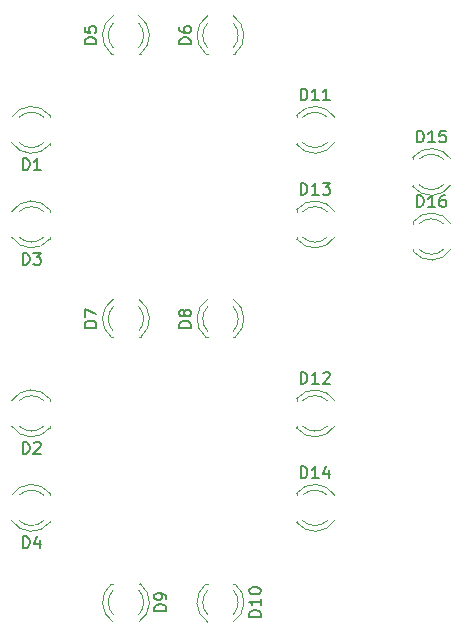
<source format=gbr>
%TF.GenerationSoftware,KiCad,Pcbnew,9.0.6-9.0.6~ubuntu24.04.1*%
%TF.CreationDate,2025-12-08T22:33:50+01:00*%
%TF.ProjectId,7_seg_led_tht_3mm,375f7365-675f-46c6-9564-5f7468745f33,rev?*%
%TF.SameCoordinates,Original*%
%TF.FileFunction,Legend,Top*%
%TF.FilePolarity,Positive*%
%FSLAX46Y46*%
G04 Gerber Fmt 4.6, Leading zero omitted, Abs format (unit mm)*
G04 Created by KiCad (PCBNEW 9.0.6-9.0.6~ubuntu24.04.1) date 2025-12-08 22:33:50*
%MOMM*%
%LPD*%
G01*
G04 APERTURE LIST*
%ADD10C,0.150000*%
%ADD11C,0.120000*%
%ADD12R,1.800000X1.800000*%
%ADD13C,1.800000*%
G04 APERTURE END LIST*
D10*
X217635714Y-83524819D02*
X217635714Y-82524819D01*
X217635714Y-82524819D02*
X217873809Y-82524819D01*
X217873809Y-82524819D02*
X218016666Y-82572438D01*
X218016666Y-82572438D02*
X218111904Y-82667676D01*
X218111904Y-82667676D02*
X218159523Y-82762914D01*
X218159523Y-82762914D02*
X218207142Y-82953390D01*
X218207142Y-82953390D02*
X218207142Y-83096247D01*
X218207142Y-83096247D02*
X218159523Y-83286723D01*
X218159523Y-83286723D02*
X218111904Y-83381961D01*
X218111904Y-83381961D02*
X218016666Y-83477200D01*
X218016666Y-83477200D02*
X217873809Y-83524819D01*
X217873809Y-83524819D02*
X217635714Y-83524819D01*
X219159523Y-83524819D02*
X218588095Y-83524819D01*
X218873809Y-83524819D02*
X218873809Y-82524819D01*
X218873809Y-82524819D02*
X218778571Y-82667676D01*
X218778571Y-82667676D02*
X218683333Y-82762914D01*
X218683333Y-82762914D02*
X218588095Y-82810533D01*
X220016666Y-82524819D02*
X219826190Y-82524819D01*
X219826190Y-82524819D02*
X219730952Y-82572438D01*
X219730952Y-82572438D02*
X219683333Y-82620057D01*
X219683333Y-82620057D02*
X219588095Y-82762914D01*
X219588095Y-82762914D02*
X219540476Y-82953390D01*
X219540476Y-82953390D02*
X219540476Y-83334342D01*
X219540476Y-83334342D02*
X219588095Y-83429580D01*
X219588095Y-83429580D02*
X219635714Y-83477200D01*
X219635714Y-83477200D02*
X219730952Y-83524819D01*
X219730952Y-83524819D02*
X219921428Y-83524819D01*
X219921428Y-83524819D02*
X220016666Y-83477200D01*
X220016666Y-83477200D02*
X220064285Y-83429580D01*
X220064285Y-83429580D02*
X220111904Y-83334342D01*
X220111904Y-83334342D02*
X220111904Y-83096247D01*
X220111904Y-83096247D02*
X220064285Y-83001009D01*
X220064285Y-83001009D02*
X220016666Y-82953390D01*
X220016666Y-82953390D02*
X219921428Y-82905771D01*
X219921428Y-82905771D02*
X219730952Y-82905771D01*
X219730952Y-82905771D02*
X219635714Y-82953390D01*
X219635714Y-82953390D02*
X219588095Y-83001009D01*
X219588095Y-83001009D02*
X219540476Y-83096247D01*
X217635714Y-78054819D02*
X217635714Y-77054819D01*
X217635714Y-77054819D02*
X217873809Y-77054819D01*
X217873809Y-77054819D02*
X218016666Y-77102438D01*
X218016666Y-77102438D02*
X218111904Y-77197676D01*
X218111904Y-77197676D02*
X218159523Y-77292914D01*
X218159523Y-77292914D02*
X218207142Y-77483390D01*
X218207142Y-77483390D02*
X218207142Y-77626247D01*
X218207142Y-77626247D02*
X218159523Y-77816723D01*
X218159523Y-77816723D02*
X218111904Y-77911961D01*
X218111904Y-77911961D02*
X218016666Y-78007200D01*
X218016666Y-78007200D02*
X217873809Y-78054819D01*
X217873809Y-78054819D02*
X217635714Y-78054819D01*
X219159523Y-78054819D02*
X218588095Y-78054819D01*
X218873809Y-78054819D02*
X218873809Y-77054819D01*
X218873809Y-77054819D02*
X218778571Y-77197676D01*
X218778571Y-77197676D02*
X218683333Y-77292914D01*
X218683333Y-77292914D02*
X218588095Y-77340533D01*
X220064285Y-77054819D02*
X219588095Y-77054819D01*
X219588095Y-77054819D02*
X219540476Y-77531009D01*
X219540476Y-77531009D02*
X219588095Y-77483390D01*
X219588095Y-77483390D02*
X219683333Y-77435771D01*
X219683333Y-77435771D02*
X219921428Y-77435771D01*
X219921428Y-77435771D02*
X220016666Y-77483390D01*
X220016666Y-77483390D02*
X220064285Y-77531009D01*
X220064285Y-77531009D02*
X220111904Y-77626247D01*
X220111904Y-77626247D02*
X220111904Y-77864342D01*
X220111904Y-77864342D02*
X220064285Y-77959580D01*
X220064285Y-77959580D02*
X220016666Y-78007200D01*
X220016666Y-78007200D02*
X219921428Y-78054819D01*
X219921428Y-78054819D02*
X219683333Y-78054819D01*
X219683333Y-78054819D02*
X219588095Y-78007200D01*
X219588095Y-78007200D02*
X219540476Y-77959580D01*
X207785714Y-74494819D02*
X207785714Y-73494819D01*
X207785714Y-73494819D02*
X208023809Y-73494819D01*
X208023809Y-73494819D02*
X208166666Y-73542438D01*
X208166666Y-73542438D02*
X208261904Y-73637676D01*
X208261904Y-73637676D02*
X208309523Y-73732914D01*
X208309523Y-73732914D02*
X208357142Y-73923390D01*
X208357142Y-73923390D02*
X208357142Y-74066247D01*
X208357142Y-74066247D02*
X208309523Y-74256723D01*
X208309523Y-74256723D02*
X208261904Y-74351961D01*
X208261904Y-74351961D02*
X208166666Y-74447200D01*
X208166666Y-74447200D02*
X208023809Y-74494819D01*
X208023809Y-74494819D02*
X207785714Y-74494819D01*
X209309523Y-74494819D02*
X208738095Y-74494819D01*
X209023809Y-74494819D02*
X209023809Y-73494819D01*
X209023809Y-73494819D02*
X208928571Y-73637676D01*
X208928571Y-73637676D02*
X208833333Y-73732914D01*
X208833333Y-73732914D02*
X208738095Y-73780533D01*
X210261904Y-74494819D02*
X209690476Y-74494819D01*
X209976190Y-74494819D02*
X209976190Y-73494819D01*
X209976190Y-73494819D02*
X209880952Y-73637676D01*
X209880952Y-73637676D02*
X209785714Y-73732914D01*
X209785714Y-73732914D02*
X209690476Y-73780533D01*
X184261905Y-104414819D02*
X184261905Y-103414819D01*
X184261905Y-103414819D02*
X184500000Y-103414819D01*
X184500000Y-103414819D02*
X184642857Y-103462438D01*
X184642857Y-103462438D02*
X184738095Y-103557676D01*
X184738095Y-103557676D02*
X184785714Y-103652914D01*
X184785714Y-103652914D02*
X184833333Y-103843390D01*
X184833333Y-103843390D02*
X184833333Y-103986247D01*
X184833333Y-103986247D02*
X184785714Y-104176723D01*
X184785714Y-104176723D02*
X184738095Y-104271961D01*
X184738095Y-104271961D02*
X184642857Y-104367200D01*
X184642857Y-104367200D02*
X184500000Y-104414819D01*
X184500000Y-104414819D02*
X184261905Y-104414819D01*
X185214286Y-103510057D02*
X185261905Y-103462438D01*
X185261905Y-103462438D02*
X185357143Y-103414819D01*
X185357143Y-103414819D02*
X185595238Y-103414819D01*
X185595238Y-103414819D02*
X185690476Y-103462438D01*
X185690476Y-103462438D02*
X185738095Y-103510057D01*
X185738095Y-103510057D02*
X185785714Y-103605295D01*
X185785714Y-103605295D02*
X185785714Y-103700533D01*
X185785714Y-103700533D02*
X185738095Y-103843390D01*
X185738095Y-103843390D02*
X185166667Y-104414819D01*
X185166667Y-104414819D02*
X185785714Y-104414819D01*
X198494819Y-93738094D02*
X197494819Y-93738094D01*
X197494819Y-93738094D02*
X197494819Y-93499999D01*
X197494819Y-93499999D02*
X197542438Y-93357142D01*
X197542438Y-93357142D02*
X197637676Y-93261904D01*
X197637676Y-93261904D02*
X197732914Y-93214285D01*
X197732914Y-93214285D02*
X197923390Y-93166666D01*
X197923390Y-93166666D02*
X198066247Y-93166666D01*
X198066247Y-93166666D02*
X198256723Y-93214285D01*
X198256723Y-93214285D02*
X198351961Y-93261904D01*
X198351961Y-93261904D02*
X198447200Y-93357142D01*
X198447200Y-93357142D02*
X198494819Y-93499999D01*
X198494819Y-93499999D02*
X198494819Y-93738094D01*
X197923390Y-92595237D02*
X197875771Y-92690475D01*
X197875771Y-92690475D02*
X197828152Y-92738094D01*
X197828152Y-92738094D02*
X197732914Y-92785713D01*
X197732914Y-92785713D02*
X197685295Y-92785713D01*
X197685295Y-92785713D02*
X197590057Y-92738094D01*
X197590057Y-92738094D02*
X197542438Y-92690475D01*
X197542438Y-92690475D02*
X197494819Y-92595237D01*
X197494819Y-92595237D02*
X197494819Y-92404761D01*
X197494819Y-92404761D02*
X197542438Y-92309523D01*
X197542438Y-92309523D02*
X197590057Y-92261904D01*
X197590057Y-92261904D02*
X197685295Y-92214285D01*
X197685295Y-92214285D02*
X197732914Y-92214285D01*
X197732914Y-92214285D02*
X197828152Y-92261904D01*
X197828152Y-92261904D02*
X197875771Y-92309523D01*
X197875771Y-92309523D02*
X197923390Y-92404761D01*
X197923390Y-92404761D02*
X197923390Y-92595237D01*
X197923390Y-92595237D02*
X197971009Y-92690475D01*
X197971009Y-92690475D02*
X198018628Y-92738094D01*
X198018628Y-92738094D02*
X198113866Y-92785713D01*
X198113866Y-92785713D02*
X198304342Y-92785713D01*
X198304342Y-92785713D02*
X198399580Y-92738094D01*
X198399580Y-92738094D02*
X198447200Y-92690475D01*
X198447200Y-92690475D02*
X198494819Y-92595237D01*
X198494819Y-92595237D02*
X198494819Y-92404761D01*
X198494819Y-92404761D02*
X198447200Y-92309523D01*
X198447200Y-92309523D02*
X198399580Y-92261904D01*
X198399580Y-92261904D02*
X198304342Y-92214285D01*
X198304342Y-92214285D02*
X198113866Y-92214285D01*
X198113866Y-92214285D02*
X198018628Y-92261904D01*
X198018628Y-92261904D02*
X197971009Y-92309523D01*
X197971009Y-92309523D02*
X197923390Y-92404761D01*
X184261905Y-112414819D02*
X184261905Y-111414819D01*
X184261905Y-111414819D02*
X184500000Y-111414819D01*
X184500000Y-111414819D02*
X184642857Y-111462438D01*
X184642857Y-111462438D02*
X184738095Y-111557676D01*
X184738095Y-111557676D02*
X184785714Y-111652914D01*
X184785714Y-111652914D02*
X184833333Y-111843390D01*
X184833333Y-111843390D02*
X184833333Y-111986247D01*
X184833333Y-111986247D02*
X184785714Y-112176723D01*
X184785714Y-112176723D02*
X184738095Y-112271961D01*
X184738095Y-112271961D02*
X184642857Y-112367200D01*
X184642857Y-112367200D02*
X184500000Y-112414819D01*
X184500000Y-112414819D02*
X184261905Y-112414819D01*
X185690476Y-111748152D02*
X185690476Y-112414819D01*
X185452381Y-111367200D02*
X185214286Y-112081485D01*
X185214286Y-112081485D02*
X185833333Y-112081485D01*
X207785714Y-106494819D02*
X207785714Y-105494819D01*
X207785714Y-105494819D02*
X208023809Y-105494819D01*
X208023809Y-105494819D02*
X208166666Y-105542438D01*
X208166666Y-105542438D02*
X208261904Y-105637676D01*
X208261904Y-105637676D02*
X208309523Y-105732914D01*
X208309523Y-105732914D02*
X208357142Y-105923390D01*
X208357142Y-105923390D02*
X208357142Y-106066247D01*
X208357142Y-106066247D02*
X208309523Y-106256723D01*
X208309523Y-106256723D02*
X208261904Y-106351961D01*
X208261904Y-106351961D02*
X208166666Y-106447200D01*
X208166666Y-106447200D02*
X208023809Y-106494819D01*
X208023809Y-106494819D02*
X207785714Y-106494819D01*
X209309523Y-106494819D02*
X208738095Y-106494819D01*
X209023809Y-106494819D02*
X209023809Y-105494819D01*
X209023809Y-105494819D02*
X208928571Y-105637676D01*
X208928571Y-105637676D02*
X208833333Y-105732914D01*
X208833333Y-105732914D02*
X208738095Y-105780533D01*
X210166666Y-105828152D02*
X210166666Y-106494819D01*
X209928571Y-105447200D02*
X209690476Y-106161485D01*
X209690476Y-106161485D02*
X210309523Y-106161485D01*
X190494819Y-93738094D02*
X189494819Y-93738094D01*
X189494819Y-93738094D02*
X189494819Y-93499999D01*
X189494819Y-93499999D02*
X189542438Y-93357142D01*
X189542438Y-93357142D02*
X189637676Y-93261904D01*
X189637676Y-93261904D02*
X189732914Y-93214285D01*
X189732914Y-93214285D02*
X189923390Y-93166666D01*
X189923390Y-93166666D02*
X190066247Y-93166666D01*
X190066247Y-93166666D02*
X190256723Y-93214285D01*
X190256723Y-93214285D02*
X190351961Y-93261904D01*
X190351961Y-93261904D02*
X190447200Y-93357142D01*
X190447200Y-93357142D02*
X190494819Y-93499999D01*
X190494819Y-93499999D02*
X190494819Y-93738094D01*
X189494819Y-92833332D02*
X189494819Y-92166666D01*
X189494819Y-92166666D02*
X190494819Y-92595237D01*
X198494819Y-69738094D02*
X197494819Y-69738094D01*
X197494819Y-69738094D02*
X197494819Y-69499999D01*
X197494819Y-69499999D02*
X197542438Y-69357142D01*
X197542438Y-69357142D02*
X197637676Y-69261904D01*
X197637676Y-69261904D02*
X197732914Y-69214285D01*
X197732914Y-69214285D02*
X197923390Y-69166666D01*
X197923390Y-69166666D02*
X198066247Y-69166666D01*
X198066247Y-69166666D02*
X198256723Y-69214285D01*
X198256723Y-69214285D02*
X198351961Y-69261904D01*
X198351961Y-69261904D02*
X198447200Y-69357142D01*
X198447200Y-69357142D02*
X198494819Y-69499999D01*
X198494819Y-69499999D02*
X198494819Y-69738094D01*
X197494819Y-68309523D02*
X197494819Y-68499999D01*
X197494819Y-68499999D02*
X197542438Y-68595237D01*
X197542438Y-68595237D02*
X197590057Y-68642856D01*
X197590057Y-68642856D02*
X197732914Y-68738094D01*
X197732914Y-68738094D02*
X197923390Y-68785713D01*
X197923390Y-68785713D02*
X198304342Y-68785713D01*
X198304342Y-68785713D02*
X198399580Y-68738094D01*
X198399580Y-68738094D02*
X198447200Y-68690475D01*
X198447200Y-68690475D02*
X198494819Y-68595237D01*
X198494819Y-68595237D02*
X198494819Y-68404761D01*
X198494819Y-68404761D02*
X198447200Y-68309523D01*
X198447200Y-68309523D02*
X198399580Y-68261904D01*
X198399580Y-68261904D02*
X198304342Y-68214285D01*
X198304342Y-68214285D02*
X198066247Y-68214285D01*
X198066247Y-68214285D02*
X197971009Y-68261904D01*
X197971009Y-68261904D02*
X197923390Y-68309523D01*
X197923390Y-68309523D02*
X197875771Y-68404761D01*
X197875771Y-68404761D02*
X197875771Y-68595237D01*
X197875771Y-68595237D02*
X197923390Y-68690475D01*
X197923390Y-68690475D02*
X197971009Y-68738094D01*
X197971009Y-68738094D02*
X198066247Y-68785713D01*
X184261905Y-80414819D02*
X184261905Y-79414819D01*
X184261905Y-79414819D02*
X184500000Y-79414819D01*
X184500000Y-79414819D02*
X184642857Y-79462438D01*
X184642857Y-79462438D02*
X184738095Y-79557676D01*
X184738095Y-79557676D02*
X184785714Y-79652914D01*
X184785714Y-79652914D02*
X184833333Y-79843390D01*
X184833333Y-79843390D02*
X184833333Y-79986247D01*
X184833333Y-79986247D02*
X184785714Y-80176723D01*
X184785714Y-80176723D02*
X184738095Y-80271961D01*
X184738095Y-80271961D02*
X184642857Y-80367200D01*
X184642857Y-80367200D02*
X184500000Y-80414819D01*
X184500000Y-80414819D02*
X184261905Y-80414819D01*
X185785714Y-80414819D02*
X185214286Y-80414819D01*
X185500000Y-80414819D02*
X185500000Y-79414819D01*
X185500000Y-79414819D02*
X185404762Y-79557676D01*
X185404762Y-79557676D02*
X185309524Y-79652914D01*
X185309524Y-79652914D02*
X185214286Y-79700533D01*
X207785714Y-82494819D02*
X207785714Y-81494819D01*
X207785714Y-81494819D02*
X208023809Y-81494819D01*
X208023809Y-81494819D02*
X208166666Y-81542438D01*
X208166666Y-81542438D02*
X208261904Y-81637676D01*
X208261904Y-81637676D02*
X208309523Y-81732914D01*
X208309523Y-81732914D02*
X208357142Y-81923390D01*
X208357142Y-81923390D02*
X208357142Y-82066247D01*
X208357142Y-82066247D02*
X208309523Y-82256723D01*
X208309523Y-82256723D02*
X208261904Y-82351961D01*
X208261904Y-82351961D02*
X208166666Y-82447200D01*
X208166666Y-82447200D02*
X208023809Y-82494819D01*
X208023809Y-82494819D02*
X207785714Y-82494819D01*
X209309523Y-82494819D02*
X208738095Y-82494819D01*
X209023809Y-82494819D02*
X209023809Y-81494819D01*
X209023809Y-81494819D02*
X208928571Y-81637676D01*
X208928571Y-81637676D02*
X208833333Y-81732914D01*
X208833333Y-81732914D02*
X208738095Y-81780533D01*
X209642857Y-81494819D02*
X210261904Y-81494819D01*
X210261904Y-81494819D02*
X209928571Y-81875771D01*
X209928571Y-81875771D02*
X210071428Y-81875771D01*
X210071428Y-81875771D02*
X210166666Y-81923390D01*
X210166666Y-81923390D02*
X210214285Y-81971009D01*
X210214285Y-81971009D02*
X210261904Y-82066247D01*
X210261904Y-82066247D02*
X210261904Y-82304342D01*
X210261904Y-82304342D02*
X210214285Y-82399580D01*
X210214285Y-82399580D02*
X210166666Y-82447200D01*
X210166666Y-82447200D02*
X210071428Y-82494819D01*
X210071428Y-82494819D02*
X209785714Y-82494819D01*
X209785714Y-82494819D02*
X209690476Y-82447200D01*
X209690476Y-82447200D02*
X209642857Y-82399580D01*
X190494819Y-69738094D02*
X189494819Y-69738094D01*
X189494819Y-69738094D02*
X189494819Y-69499999D01*
X189494819Y-69499999D02*
X189542438Y-69357142D01*
X189542438Y-69357142D02*
X189637676Y-69261904D01*
X189637676Y-69261904D02*
X189732914Y-69214285D01*
X189732914Y-69214285D02*
X189923390Y-69166666D01*
X189923390Y-69166666D02*
X190066247Y-69166666D01*
X190066247Y-69166666D02*
X190256723Y-69214285D01*
X190256723Y-69214285D02*
X190351961Y-69261904D01*
X190351961Y-69261904D02*
X190447200Y-69357142D01*
X190447200Y-69357142D02*
X190494819Y-69499999D01*
X190494819Y-69499999D02*
X190494819Y-69738094D01*
X189494819Y-68261904D02*
X189494819Y-68738094D01*
X189494819Y-68738094D02*
X189971009Y-68785713D01*
X189971009Y-68785713D02*
X189923390Y-68738094D01*
X189923390Y-68738094D02*
X189875771Y-68642856D01*
X189875771Y-68642856D02*
X189875771Y-68404761D01*
X189875771Y-68404761D02*
X189923390Y-68309523D01*
X189923390Y-68309523D02*
X189971009Y-68261904D01*
X189971009Y-68261904D02*
X190066247Y-68214285D01*
X190066247Y-68214285D02*
X190304342Y-68214285D01*
X190304342Y-68214285D02*
X190399580Y-68261904D01*
X190399580Y-68261904D02*
X190447200Y-68309523D01*
X190447200Y-68309523D02*
X190494819Y-68404761D01*
X190494819Y-68404761D02*
X190494819Y-68642856D01*
X190494819Y-68642856D02*
X190447200Y-68738094D01*
X190447200Y-68738094D02*
X190399580Y-68785713D01*
X204414819Y-118214285D02*
X203414819Y-118214285D01*
X203414819Y-118214285D02*
X203414819Y-117976190D01*
X203414819Y-117976190D02*
X203462438Y-117833333D01*
X203462438Y-117833333D02*
X203557676Y-117738095D01*
X203557676Y-117738095D02*
X203652914Y-117690476D01*
X203652914Y-117690476D02*
X203843390Y-117642857D01*
X203843390Y-117642857D02*
X203986247Y-117642857D01*
X203986247Y-117642857D02*
X204176723Y-117690476D01*
X204176723Y-117690476D02*
X204271961Y-117738095D01*
X204271961Y-117738095D02*
X204367200Y-117833333D01*
X204367200Y-117833333D02*
X204414819Y-117976190D01*
X204414819Y-117976190D02*
X204414819Y-118214285D01*
X204414819Y-116690476D02*
X204414819Y-117261904D01*
X204414819Y-116976190D02*
X203414819Y-116976190D01*
X203414819Y-116976190D02*
X203557676Y-117071428D01*
X203557676Y-117071428D02*
X203652914Y-117166666D01*
X203652914Y-117166666D02*
X203700533Y-117261904D01*
X203414819Y-116071428D02*
X203414819Y-115976190D01*
X203414819Y-115976190D02*
X203462438Y-115880952D01*
X203462438Y-115880952D02*
X203510057Y-115833333D01*
X203510057Y-115833333D02*
X203605295Y-115785714D01*
X203605295Y-115785714D02*
X203795771Y-115738095D01*
X203795771Y-115738095D02*
X204033866Y-115738095D01*
X204033866Y-115738095D02*
X204224342Y-115785714D01*
X204224342Y-115785714D02*
X204319580Y-115833333D01*
X204319580Y-115833333D02*
X204367200Y-115880952D01*
X204367200Y-115880952D02*
X204414819Y-115976190D01*
X204414819Y-115976190D02*
X204414819Y-116071428D01*
X204414819Y-116071428D02*
X204367200Y-116166666D01*
X204367200Y-116166666D02*
X204319580Y-116214285D01*
X204319580Y-116214285D02*
X204224342Y-116261904D01*
X204224342Y-116261904D02*
X204033866Y-116309523D01*
X204033866Y-116309523D02*
X203795771Y-116309523D01*
X203795771Y-116309523D02*
X203605295Y-116261904D01*
X203605295Y-116261904D02*
X203510057Y-116214285D01*
X203510057Y-116214285D02*
X203462438Y-116166666D01*
X203462438Y-116166666D02*
X203414819Y-116071428D01*
X184261905Y-88414819D02*
X184261905Y-87414819D01*
X184261905Y-87414819D02*
X184500000Y-87414819D01*
X184500000Y-87414819D02*
X184642857Y-87462438D01*
X184642857Y-87462438D02*
X184738095Y-87557676D01*
X184738095Y-87557676D02*
X184785714Y-87652914D01*
X184785714Y-87652914D02*
X184833333Y-87843390D01*
X184833333Y-87843390D02*
X184833333Y-87986247D01*
X184833333Y-87986247D02*
X184785714Y-88176723D01*
X184785714Y-88176723D02*
X184738095Y-88271961D01*
X184738095Y-88271961D02*
X184642857Y-88367200D01*
X184642857Y-88367200D02*
X184500000Y-88414819D01*
X184500000Y-88414819D02*
X184261905Y-88414819D01*
X185166667Y-87414819D02*
X185785714Y-87414819D01*
X185785714Y-87414819D02*
X185452381Y-87795771D01*
X185452381Y-87795771D02*
X185595238Y-87795771D01*
X185595238Y-87795771D02*
X185690476Y-87843390D01*
X185690476Y-87843390D02*
X185738095Y-87891009D01*
X185738095Y-87891009D02*
X185785714Y-87986247D01*
X185785714Y-87986247D02*
X185785714Y-88224342D01*
X185785714Y-88224342D02*
X185738095Y-88319580D01*
X185738095Y-88319580D02*
X185690476Y-88367200D01*
X185690476Y-88367200D02*
X185595238Y-88414819D01*
X185595238Y-88414819D02*
X185309524Y-88414819D01*
X185309524Y-88414819D02*
X185214286Y-88367200D01*
X185214286Y-88367200D02*
X185166667Y-88319580D01*
X207785714Y-98494819D02*
X207785714Y-97494819D01*
X207785714Y-97494819D02*
X208023809Y-97494819D01*
X208023809Y-97494819D02*
X208166666Y-97542438D01*
X208166666Y-97542438D02*
X208261904Y-97637676D01*
X208261904Y-97637676D02*
X208309523Y-97732914D01*
X208309523Y-97732914D02*
X208357142Y-97923390D01*
X208357142Y-97923390D02*
X208357142Y-98066247D01*
X208357142Y-98066247D02*
X208309523Y-98256723D01*
X208309523Y-98256723D02*
X208261904Y-98351961D01*
X208261904Y-98351961D02*
X208166666Y-98447200D01*
X208166666Y-98447200D02*
X208023809Y-98494819D01*
X208023809Y-98494819D02*
X207785714Y-98494819D01*
X209309523Y-98494819D02*
X208738095Y-98494819D01*
X209023809Y-98494819D02*
X209023809Y-97494819D01*
X209023809Y-97494819D02*
X208928571Y-97637676D01*
X208928571Y-97637676D02*
X208833333Y-97732914D01*
X208833333Y-97732914D02*
X208738095Y-97780533D01*
X209690476Y-97590057D02*
X209738095Y-97542438D01*
X209738095Y-97542438D02*
X209833333Y-97494819D01*
X209833333Y-97494819D02*
X210071428Y-97494819D01*
X210071428Y-97494819D02*
X210166666Y-97542438D01*
X210166666Y-97542438D02*
X210214285Y-97590057D01*
X210214285Y-97590057D02*
X210261904Y-97685295D01*
X210261904Y-97685295D02*
X210261904Y-97780533D01*
X210261904Y-97780533D02*
X210214285Y-97923390D01*
X210214285Y-97923390D02*
X209642857Y-98494819D01*
X209642857Y-98494819D02*
X210261904Y-98494819D01*
X196414819Y-117738094D02*
X195414819Y-117738094D01*
X195414819Y-117738094D02*
X195414819Y-117499999D01*
X195414819Y-117499999D02*
X195462438Y-117357142D01*
X195462438Y-117357142D02*
X195557676Y-117261904D01*
X195557676Y-117261904D02*
X195652914Y-117214285D01*
X195652914Y-117214285D02*
X195843390Y-117166666D01*
X195843390Y-117166666D02*
X195986247Y-117166666D01*
X195986247Y-117166666D02*
X196176723Y-117214285D01*
X196176723Y-117214285D02*
X196271961Y-117261904D01*
X196271961Y-117261904D02*
X196367200Y-117357142D01*
X196367200Y-117357142D02*
X196414819Y-117499999D01*
X196414819Y-117499999D02*
X196414819Y-117738094D01*
X196414819Y-116690475D02*
X196414819Y-116499999D01*
X196414819Y-116499999D02*
X196367200Y-116404761D01*
X196367200Y-116404761D02*
X196319580Y-116357142D01*
X196319580Y-116357142D02*
X196176723Y-116261904D01*
X196176723Y-116261904D02*
X195986247Y-116214285D01*
X195986247Y-116214285D02*
X195605295Y-116214285D01*
X195605295Y-116214285D02*
X195510057Y-116261904D01*
X195510057Y-116261904D02*
X195462438Y-116309523D01*
X195462438Y-116309523D02*
X195414819Y-116404761D01*
X195414819Y-116404761D02*
X195414819Y-116595237D01*
X195414819Y-116595237D02*
X195462438Y-116690475D01*
X195462438Y-116690475D02*
X195510057Y-116738094D01*
X195510057Y-116738094D02*
X195605295Y-116785713D01*
X195605295Y-116785713D02*
X195843390Y-116785713D01*
X195843390Y-116785713D02*
X195938628Y-116738094D01*
X195938628Y-116738094D02*
X195986247Y-116690475D01*
X195986247Y-116690475D02*
X196033866Y-116595237D01*
X196033866Y-116595237D02*
X196033866Y-116404761D01*
X196033866Y-116404761D02*
X195986247Y-116309523D01*
X195986247Y-116309523D02*
X195938628Y-116261904D01*
X195938628Y-116261904D02*
X195843390Y-116214285D01*
D11*
%TO.C,D16*%
X217290000Y-84794000D02*
X217290000Y-84950000D01*
X217290000Y-87110000D02*
X217290000Y-87266000D01*
X217290000Y-84794484D02*
G75*
G02*
X220521437Y-84950000I1560000J-1235516D01*
G01*
X217809039Y-84950000D02*
G75*
G02*
X219890961Y-84950000I1040961J-1080000D01*
G01*
X219890961Y-87110000D02*
G75*
G02*
X217809039Y-87110000I-1040961J1080000D01*
G01*
X220521437Y-87110000D02*
G75*
G02*
X217290000Y-87265516I-1671437J1080000D01*
G01*
%TO.C,D15*%
X217290000Y-79324000D02*
X217290000Y-79480000D01*
X217290000Y-81640000D02*
X217290000Y-81796000D01*
X217290000Y-79324484D02*
G75*
G02*
X220521437Y-79480000I1560000J-1235516D01*
G01*
X217809039Y-79480000D02*
G75*
G02*
X219890961Y-79480000I1040961J-1080000D01*
G01*
X219890961Y-81640000D02*
G75*
G02*
X217809039Y-81640000I-1040961J1080000D01*
G01*
X220521437Y-81640000D02*
G75*
G02*
X217290000Y-81795516I-1671437J1080000D01*
G01*
%TO.C,D11*%
X207440000Y-75764484D02*
G75*
G02*
X210671437Y-75920000I1560000J-1235516D01*
G01*
X207959039Y-75920000D02*
G75*
G02*
X210040961Y-75920000I1040961J-1080000D01*
G01*
X210040961Y-78080000D02*
G75*
G02*
X207959039Y-78080000I-1040961J1080000D01*
G01*
X210671437Y-78080000D02*
G75*
G02*
X207440000Y-78235516I-1671437J1080000D01*
G01*
X207440000Y-75764000D02*
X207440000Y-75920000D01*
X207440000Y-78080000D02*
X207440000Y-78236000D01*
%TO.C,D2*%
X183328563Y-99920000D02*
G75*
G02*
X186560000Y-99764484I1671437J-1080000D01*
G01*
X183959039Y-99920000D02*
G75*
G02*
X186040961Y-99920000I1040961J-1080000D01*
G01*
X186040961Y-102080000D02*
G75*
G02*
X183959039Y-102080000I-1040961J1080000D01*
G01*
X186560000Y-102235516D02*
G75*
G02*
X183328563Y-102080000I-1560000J1235516D01*
G01*
X186560000Y-99920000D02*
X186560000Y-99764000D01*
X186560000Y-102236000D02*
X186560000Y-102080000D01*
%TO.C,D8*%
X202080000Y-91328563D02*
G75*
G02*
X202235516Y-94560000I-1080000J-1671437D01*
G01*
X202080000Y-91959039D02*
G75*
G02*
X202080000Y-94040961I-1080000J-1040961D01*
G01*
X199920000Y-94040961D02*
G75*
G02*
X199920000Y-91959039I1080000J1040961D01*
G01*
X199764484Y-94560000D02*
G75*
G02*
X199920000Y-91328563I1235516J1560000D01*
G01*
X202080000Y-94560000D02*
X202236000Y-94560000D01*
X199764000Y-94560000D02*
X199920000Y-94560000D01*
%TO.C,D4*%
X183328563Y-107920000D02*
G75*
G02*
X186560000Y-107764484I1671437J-1080000D01*
G01*
X183959039Y-107920000D02*
G75*
G02*
X186040961Y-107920000I1040961J-1080000D01*
G01*
X186040961Y-110080000D02*
G75*
G02*
X183959039Y-110080000I-1040961J1080000D01*
G01*
X186560000Y-110235516D02*
G75*
G02*
X183328563Y-110080000I-1560000J1235516D01*
G01*
X186560000Y-107920000D02*
X186560000Y-107764000D01*
X186560000Y-110236000D02*
X186560000Y-110080000D01*
%TO.C,D14*%
X210671437Y-110080000D02*
G75*
G02*
X207440000Y-110235516I-1671437J1080000D01*
G01*
X210040961Y-110080000D02*
G75*
G02*
X207959039Y-110080000I-1040961J1080000D01*
G01*
X207959039Y-107920000D02*
G75*
G02*
X210040961Y-107920000I1040961J-1080000D01*
G01*
X207440000Y-107764484D02*
G75*
G02*
X210671437Y-107920000I1560000J-1235516D01*
G01*
X207440000Y-110080000D02*
X207440000Y-110236000D01*
X207440000Y-107764000D02*
X207440000Y-107920000D01*
%TO.C,D7*%
X194080000Y-91328563D02*
G75*
G02*
X194235516Y-94560000I-1080000J-1671437D01*
G01*
X194080000Y-91959039D02*
G75*
G02*
X194080000Y-94040961I-1080000J-1040961D01*
G01*
X191920000Y-94040961D02*
G75*
G02*
X191920000Y-91959039I1080000J1040961D01*
G01*
X191764484Y-94560000D02*
G75*
G02*
X191920000Y-91328563I1235516J1560000D01*
G01*
X194080000Y-94560000D02*
X194236000Y-94560000D01*
X191764000Y-94560000D02*
X191920000Y-94560000D01*
%TO.C,D6*%
X202080000Y-67959039D02*
G75*
G02*
X202080000Y-70040961I-1080000J-1040961D01*
G01*
X202080000Y-67328563D02*
G75*
G02*
X202235516Y-70560000I-1080000J-1671437D01*
G01*
X199920000Y-70040961D02*
G75*
G02*
X199920000Y-67959039I1080000J1040961D01*
G01*
X199764484Y-70560000D02*
G75*
G02*
X199920000Y-67328563I1235516J1560000D01*
G01*
X202080000Y-70560000D02*
X202236000Y-70560000D01*
X199764000Y-70560000D02*
X199920000Y-70560000D01*
%TO.C,D1*%
X186560000Y-78235516D02*
G75*
G02*
X183328563Y-78080000I-1560000J1235516D01*
G01*
X186040961Y-78080000D02*
G75*
G02*
X183959039Y-78080000I-1040961J1080000D01*
G01*
X183959039Y-75920000D02*
G75*
G02*
X186040961Y-75920000I1040961J-1080000D01*
G01*
X183328563Y-75920000D02*
G75*
G02*
X186560000Y-75764484I1671437J-1080000D01*
G01*
X186560000Y-78236000D02*
X186560000Y-78080000D01*
X186560000Y-75920000D02*
X186560000Y-75764000D01*
%TO.C,D13*%
X210671437Y-86080000D02*
G75*
G02*
X207440000Y-86235516I-1671437J1080000D01*
G01*
X210040961Y-86080000D02*
G75*
G02*
X207959039Y-86080000I-1040961J1080000D01*
G01*
X207959039Y-83920000D02*
G75*
G02*
X210040961Y-83920000I1040961J-1080000D01*
G01*
X207440000Y-83764484D02*
G75*
G02*
X210671437Y-83920000I1560000J-1235516D01*
G01*
X207440000Y-86080000D02*
X207440000Y-86236000D01*
X207440000Y-83764000D02*
X207440000Y-83920000D01*
%TO.C,D5*%
X194080000Y-67959039D02*
G75*
G02*
X194080000Y-70040961I-1080000J-1040961D01*
G01*
X194080000Y-67328563D02*
G75*
G02*
X194235516Y-70560000I-1080000J-1671437D01*
G01*
X191920000Y-70040961D02*
G75*
G02*
X191920000Y-67959039I1080000J1040961D01*
G01*
X191764484Y-70560000D02*
G75*
G02*
X191920000Y-67328563I1235516J1560000D01*
G01*
X194080000Y-70560000D02*
X194236000Y-70560000D01*
X191764000Y-70560000D02*
X191920000Y-70560000D01*
%TO.C,D10*%
X199920000Y-118671437D02*
G75*
G02*
X199764484Y-115440000I1080000J1671437D01*
G01*
X199920000Y-118040961D02*
G75*
G02*
X199920000Y-115959039I1080000J1040961D01*
G01*
X202080000Y-115959039D02*
G75*
G02*
X202080000Y-118040961I-1080000J-1040961D01*
G01*
X202235516Y-115440000D02*
G75*
G02*
X202080000Y-118671437I-1235516J-1560000D01*
G01*
X199920000Y-115440000D02*
X199764000Y-115440000D01*
X202236000Y-115440000D02*
X202080000Y-115440000D01*
%TO.C,D3*%
X183328563Y-83920000D02*
G75*
G02*
X186560000Y-83764484I1671437J-1080000D01*
G01*
X183959039Y-83920000D02*
G75*
G02*
X186040961Y-83920000I1040961J-1080000D01*
G01*
X186040961Y-86080000D02*
G75*
G02*
X183959039Y-86080000I-1040961J1080000D01*
G01*
X186560000Y-86235516D02*
G75*
G02*
X183328563Y-86080000I-1560000J1235516D01*
G01*
X186560000Y-83920000D02*
X186560000Y-83764000D01*
X186560000Y-86236000D02*
X186560000Y-86080000D01*
%TO.C,D12*%
X210671437Y-102080000D02*
G75*
G02*
X207440000Y-102235516I-1671437J1080000D01*
G01*
X210040961Y-102080000D02*
G75*
G02*
X207959039Y-102080000I-1040961J1080000D01*
G01*
X207959039Y-99920000D02*
G75*
G02*
X210040961Y-99920000I1040961J-1080000D01*
G01*
X207440000Y-99764484D02*
G75*
G02*
X210671437Y-99920000I1560000J-1235516D01*
G01*
X207440000Y-102080000D02*
X207440000Y-102236000D01*
X207440000Y-99764000D02*
X207440000Y-99920000D01*
%TO.C,D9*%
X194235516Y-115440000D02*
G75*
G02*
X194080000Y-118671437I-1235516J-1560000D01*
G01*
X194080000Y-115959039D02*
G75*
G02*
X194080000Y-118040961I-1080000J-1040961D01*
G01*
X191920000Y-118671437D02*
G75*
G02*
X191764484Y-115440000I1080000J1671437D01*
G01*
X191920000Y-118040961D02*
G75*
G02*
X191920000Y-115959039I1080000J1040961D01*
G01*
X194236000Y-115440000D02*
X194080000Y-115440000D01*
X191920000Y-115440000D02*
X191764000Y-115440000D01*
%TD*%
%LPC*%
D12*
%TO.C,D16*%
X217580000Y-86030000D03*
D13*
X220120000Y-86030000D03*
%TD*%
D12*
%TO.C,D15*%
X217580000Y-80560000D03*
D13*
X220120000Y-80560000D03*
%TD*%
%TO.C,D11*%
X210270000Y-77000000D03*
D12*
X207730000Y-77000000D03*
%TD*%
D13*
%TO.C,D2*%
X183730000Y-101000000D03*
D12*
X186270000Y-101000000D03*
%TD*%
D13*
%TO.C,D8*%
X201000000Y-91730000D03*
D12*
X201000000Y-94270000D03*
%TD*%
D13*
%TO.C,D4*%
X183730000Y-109000000D03*
D12*
X186270000Y-109000000D03*
%TD*%
D13*
%TO.C,D14*%
X210270000Y-109000000D03*
D12*
X207730000Y-109000000D03*
%TD*%
D13*
%TO.C,D7*%
X193000000Y-91730000D03*
D12*
X193000000Y-94270000D03*
%TD*%
D13*
%TO.C,D6*%
X201000000Y-67730000D03*
D12*
X201000000Y-70270000D03*
%TD*%
D13*
%TO.C,D1*%
X183730000Y-77000000D03*
D12*
X186270000Y-77000000D03*
%TD*%
D13*
%TO.C,D13*%
X210270000Y-85000000D03*
D12*
X207730000Y-85000000D03*
%TD*%
D13*
%TO.C,D5*%
X193000000Y-67730000D03*
D12*
X193000000Y-70270000D03*
%TD*%
D13*
%TO.C,D10*%
X201000000Y-118270000D03*
D12*
X201000000Y-115730000D03*
%TD*%
D13*
%TO.C,D3*%
X183730000Y-85000000D03*
D12*
X186270000Y-85000000D03*
%TD*%
D13*
%TO.C,D12*%
X210270000Y-101000000D03*
D12*
X207730000Y-101000000D03*
%TD*%
D13*
%TO.C,D9*%
X193000000Y-118270000D03*
D12*
X193000000Y-115730000D03*
%TD*%
%LPD*%
M02*

</source>
